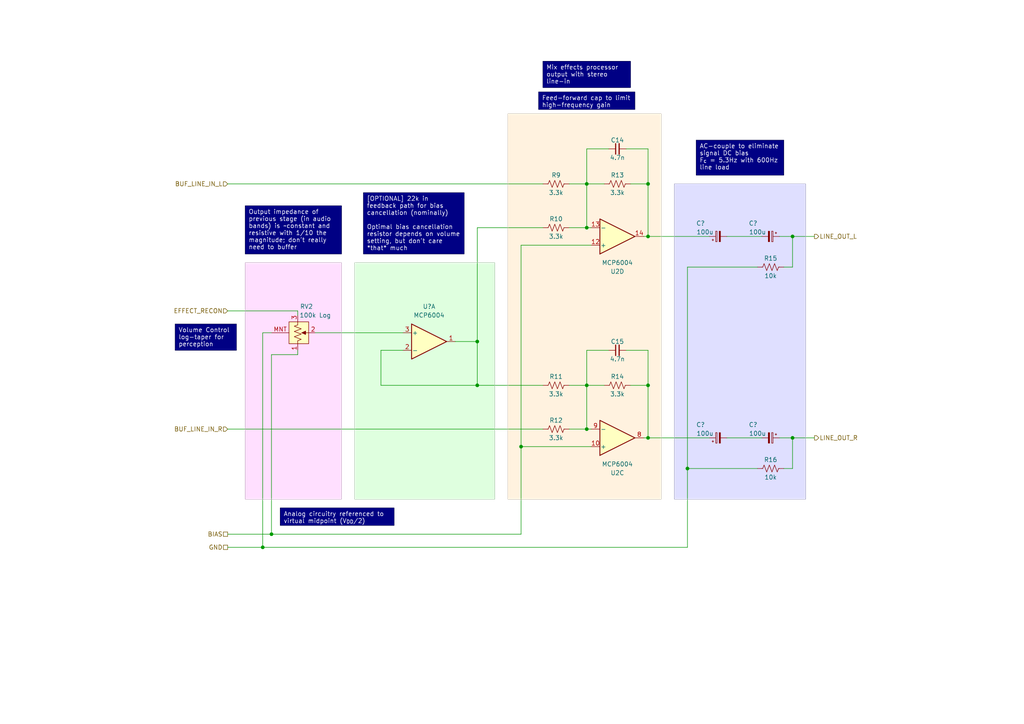
<source format=kicad_sch>
(kicad_sch (version 20230121) (generator eeschema)
  (paper "A4")
  (title_block (title "Digital Audio Effects Processor") (date "2023-11-26") (rev "A") (company "Ishaan Govindarajan"))
  (lib_symbols
    (symbol "Custom-AnalogIC:MCP6004" (pin_names (offset 0.127))
      (property "Reference" "U" (at 0 5.08 0))
      (property "Value" "MCP6004" (at 0 -5.08 0))
      (symbol "MCP6004_1_1"
        (polyline (pts (xy -5.08 5.08) (xy 5.08 0) (xy -5.08 -5.08) (xy -5.08 5.08)) (stroke (width 0.254)) (fill (type background)))
        (pin output line (at 7.62 0 180) (length 2.54) (name "~") (number "1"))
        (pin input line (at -7.62 -2.54 0) (length 2.54) (name "-") (number "2"))
        (pin input line (at -7.62 2.54 0) (length 2.54) (name "+") (number "3"))
      )
      (symbol "MCP6004_2_1"
        (polyline (pts (xy -5.08 5.08) (xy 5.08 0) (xy -5.08 -5.08) (xy -5.08 5.08)) (stroke (width 0.254)) (fill (type background)))
        (pin input line (at -7.62 2.54 0) (length 2.54) (name "+") (number "5"))
        (pin input line (at -7.62 -2.54 0) (length 2.54) (name "-") (number "6"))
        (pin output line (at 7.62 0 180) (length 2.54) (name "~") (number "7"))
      )
      (symbol "MCP6004_3_1"
        (polyline (pts (xy -5.08 5.08) (xy 5.08 0) (xy -5.08 -5.08) (xy -5.08 5.08)) (stroke (width 0.254)) (fill (type background)))
        (pin input line (at -7.62 2.54 0) (length 2.54) (name "+") (number "10"))
        (pin output line (at 7.62 0 180) (length 2.54) (name "~") (number "8"))
        (pin input line (at -7.62 -2.54 0) (length 2.54) (name "-") (number "9"))
      )
      (symbol "MCP6004_4_1"
        (polyline (pts (xy -5.08 5.08) (xy 5.08 0) (xy -5.08 -5.08) (xy -5.08 5.08)) (stroke (width 0.254)) (fill (type background)))
        (pin input line (at -7.62 2.54 0) (length 2.54) (name "+") (number "12"))
        (pin input line (at -7.62 -2.54 0) (length 2.54) (name "-") (number "13"))
        (pin output line (at 7.62 0 180) (length 2.54) (name "~") (number "14"))
      )
      (symbol "MCP6004_5_1"
        (pin power_in line (at -2.54 -7.62 90) (length 3.81) (name "V-") (number "11"))
        (pin power_in line (at -2.54 7.62 270) (length 3.81) (name "V+") (number "4"))
      )
    )
    (symbol "Custom-CapacitorTHT:860020473008" (pin_numbers hide) (pin_names (offset 0.254) hide)
      (property "Reference" "C?" (at 0.254 1.778 0))
      (property "Value" "100u" (at 0.254 -2.032 0))
      (symbol "860020473008_0_1"
        (rectangle (start -1.524 -0.3048) (end 1.524 -0.6858) (fill (type outline)))
        (rectangle (start -1.524 0.6858) (end 1.524 0.3048))
        (polyline (pts (xy -1.27 1.524) (xy -0.762 1.524)))
        (polyline (pts (xy -1.016 1.27) (xy -1.016 1.778)))
      )
      (symbol "860020473008_1_1"
        (pin passive line (at 0 2.54 270) (length 1.8542) (name "~") (number "1"))
        (pin passive line (at 0 -2.54 90) (length 1.8542) (name "~") (number "2"))
      )
    )
    (symbol "Custom-CapacitorTHT:FG28C0G2A472JRT06" (pin_numbers hide) (pin_names (offset 0.254) hide)
      (property "Reference" "C" (at 0.254 1.778 0))
      (property "Value" "4.7n" (at 0.254 -2.032 0))
      (symbol "FG28C0G2A472JRT06_0_1"
        (polyline (pts (xy -1.524 -0.508) (xy 1.524 -0.508)) (stroke (width 0.3302)))
        (polyline (pts (xy -1.524 0.508) (xy 1.524 0.508)) (stroke (width 0.3048)))
      )
      (symbol "FG28C0G2A472JRT06_1_1"
        (pin passive line (at 0 2.54 270) (length 2.032) (name "~") (number "1"))
        (pin passive line (at 0 -2.54 90) (length 2.032) (name "~") (number "2"))
      )
    )
    (symbol "Custom-Electromechanical:PTV09A" (pin_names (offset 1.016) hide)
      (property "Reference" "RV" (at 5.08 -2.54 0))
      (property "Value" "100k Log" (at 8.89 3.81 0))
      (symbol "PTV09A_0_1"
        (polyline (pts (xy 0 -2.286) (xy 0 -2.54)))
        (polyline (pts (xy 0 2.54) (xy 0 2.286)))
        (polyline (pts (xy 2.54 0) (xy 1.524 0)))
        (polyline (pts (xy 2.54 0) (xy 3.81 0)))
        (polyline (pts (xy 1.143 0) (xy 2.286 0.508) (xy 2.286 -0.508) (xy 1.143 0)) (fill (type outline)))
        (polyline (pts (xy 0 -0.762) (xy 1.016 -1.143) (xy 0 -1.524) (xy -1.016 -1.905) (xy 0 -2.286)))
        (polyline (pts (xy 0 0.762) (xy 1.016 0.381) (xy 0 0) (xy -1.016 -0.381) (xy 0 -0.762)))
        (polyline (pts (xy 0 2.286) (xy 1.016 1.905) (xy 0 1.524) (xy -1.016 1.143) (xy 0 0.762)))
      )
      (symbol "PTV09A_1_1"
        (rectangle (start -2.54 3.175) (end 3.175 -3.175) (fill (type background)))
        (polyline (pts (xy 0 -2.54) (xy 0 -3.81)))
        (polyline (pts (xy 0 3.81) (xy 0 2.54)))
        (pin passive line (at 0 5.08 270) (length 1.27) (name "1") (number "1"))
        (pin passive line (at 5.08 0 180) (length 1.27) (name "2") (number "2"))
        (pin passive line (at 0 -5.08 90) (length 1.27) (name "3") (number "3"))
        (pin passive line (at -7.62 0 0) (length 5.08) (name "MNT") (number "MNT"))
      )
    )
    (symbol "Custom-ResistorTHT:MFR-25FRF52-10K" (pin_numbers hide) (pin_names (offset 0))
      (property "Reference" "R" (at 2.54 0 90))
      (property "Value" "10k" (at -2.54 0 90))
      (symbol "MFR-25FRF52-10K_0_1"
        (polyline (pts (xy 0 -2.286) (xy 0 -2.54)))
        (polyline (pts (xy 0 2.286) (xy 0 2.54)))
        (polyline (pts (xy 0 -0.762) (xy 1.016 -1.143) (xy 0 -1.524) (xy -1.016 -1.905) (xy 0 -2.286)))
        (polyline (pts (xy 0 0.762) (xy 1.016 0.381) (xy 0 0) (xy -1.016 -0.381) (xy 0 -0.762)))
        (polyline (pts (xy 0 2.286) (xy 1.016 1.905) (xy 0 1.524) (xy -1.016 1.143) (xy 0 0.762)))
      )
      (symbol "MFR-25FRF52-10K_1_1"
        (pin passive line (at 0 3.81 270) (length 1.27) (name "~") (number "1"))
        (pin passive line (at 0 -3.81 90) (length 1.27) (name "~") (number "2"))
      )
    )
    (symbol "Custom-ResistorTHT:MFR-25FRF52-3K3" (pin_numbers hide) (pin_names (offset 0))
      (property "Reference" "R" (at 2.54 0 90))
      (property "Value" "3.3k" (at -2.54 0 90))
      (symbol "MFR-25FRF52-3K3_0_1"
        (polyline (pts (xy 0 -2.286) (xy 0 -2.54)))
        (polyline (pts (xy 0 2.286) (xy 0 2.54)))
        (polyline (pts (xy 0 -0.762) (xy 1.016 -1.143) (xy 0 -1.524) (xy -1.016 -1.905) (xy 0 -2.286)))
        (polyline (pts (xy 0 0.762) (xy 1.016 0.381) (xy 0 0) (xy -1.016 -0.381) (xy 0 -0.762)))
        (polyline (pts (xy 0 2.286) (xy 1.016 1.905) (xy 0 1.524) (xy -1.016 1.143) (xy 0 0.762)))
      )
      (symbol "MFR-25FRF52-3K3_1_1"
        (pin passive line (at 0 3.81 270) (length 1.27) (name "~") (number "1"))
        (pin passive line (at 0 -3.81 90) (length 1.27) (name "~") (number "2"))
      )
    )
  )
  (junction (at 187.96 111.76))
  (junction (at 187.96 53.34))
  (junction (at 76.2 158.75))
  (junction (at 199.39 135.89))
  (junction (at 151.13 129.54))
  (junction (at 187.96 68.58))
  (junction (at 229.87 127))
  (junction (at 170.18 111.76))
  (junction (at 170.18 124.46))
  (junction (at 170.18 66.04))
  (junction (at 78.74 154.94))
  (junction (at 138.43 111.76))
  (junction (at 138.43 99.06))
  (junction (at 187.96 127))
  (junction (at 229.87 68.58))
  (junction (at 170.18 53.34))
  (wire (pts (xy 86.36 102.87) (xy 86.36 101.6)))
  (wire (pts (xy 165.1 124.46) (xy 170.18 124.46)))
  (wire (pts (xy 170.18 111.76) (xy 175.26 111.76)))
  (wire (pts (xy 151.13 154.94) (xy 151.13 129.54)))
  (wire (pts (xy 199.39 135.89) (xy 199.39 158.75)))
  (wire (pts (xy 229.87 135.89) (xy 229.87 127)))
  (wire (pts (xy 187.96 68.58) (xy 205.74 68.58)))
  (wire (pts (xy 110.49 111.76) (xy 138.43 111.76)))
  (wire (pts (xy 226.06 127) (xy 229.87 127)))
  (wire (pts (xy 165.1 66.04) (xy 170.18 66.04)))
  (wire (pts (xy 181.61 43.18) (xy 187.96 43.18)))
  (wire (pts (xy 199.39 135.89) (xy 219.71 135.89)))
  (wire (pts (xy 187.96 43.18) (xy 187.96 53.34)))
  (wire (pts (xy 110.49 101.6) (xy 110.49 111.76)))
  (wire (pts (xy 170.18 66.04) (xy 170.18 53.34)))
  (wire (pts (xy 132.08 99.06) (xy 138.43 99.06)))
  (wire (pts (xy 170.18 66.04) (xy 171.45 66.04)))
  (wire (pts (xy 182.88 111.76) (xy 187.96 111.76)))
  (wire (pts (xy 229.87 68.58) (xy 236.22 68.58)))
  (wire (pts (xy 199.39 77.47) (xy 199.39 135.89)))
  (wire (pts (xy 116.84 101.6) (xy 110.49 101.6)))
  (wire (pts (xy 66.04 158.75) (xy 76.2 158.75)))
  (wire (pts (xy 186.69 68.58) (xy 187.96 68.58)))
  (wire (pts (xy 78.74 102.87) (xy 86.36 102.87)))
  (wire (pts (xy 170.18 53.34) (xy 175.26 53.34)))
  (wire (pts (xy 66.04 53.34) (xy 157.48 53.34)))
  (wire (pts (xy 86.36 90.17) (xy 86.36 91.44)))
  (wire (pts (xy 186.69 127) (xy 187.96 127)))
  (wire (pts (xy 182.88 53.34) (xy 187.96 53.34)))
  (wire (pts (xy 138.43 111.76) (xy 157.48 111.76)))
  (wire (pts (xy 91.44 96.52) (xy 116.84 96.52)))
  (wire (pts (xy 229.87 127) (xy 236.22 127)))
  (wire (pts (xy 170.18 124.46) (xy 171.45 124.46)))
  (wire (pts (xy 165.1 53.34) (xy 170.18 53.34)))
  (wire (pts (xy 66.04 124.46) (xy 157.48 124.46)))
  (wire (pts (xy 157.48 66.04) (xy 138.43 66.04)))
  (wire (pts (xy 170.18 111.76) (xy 170.18 101.6)))
  (wire (pts (xy 226.06 68.58) (xy 229.87 68.58)))
  (wire (pts (xy 76.2 96.52) (xy 76.2 158.75)))
  (wire (pts (xy 170.18 124.46) (xy 170.18 111.76)))
  (wire (pts (xy 76.2 158.75) (xy 199.39 158.75)))
  (wire (pts (xy 66.04 90.17) (xy 86.36 90.17)))
  (wire (pts (xy 187.96 127) (xy 205.74 127)))
  (wire (pts (xy 229.87 77.47) (xy 229.87 68.58)))
  (wire (pts (xy 78.74 154.94) (xy 151.13 154.94)))
  (wire (pts (xy 138.43 66.04) (xy 138.43 99.06)))
  (wire (pts (xy 78.74 102.87) (xy 78.74 154.94)))
  (wire (pts (xy 219.71 77.47) (xy 199.39 77.47)))
  (wire (pts (xy 187.96 53.34) (xy 187.96 68.58)))
  (wire (pts (xy 227.33 77.47) (xy 229.87 77.47)))
  (wire (pts (xy 66.04 154.94) (xy 78.74 154.94)))
  (wire (pts (xy 227.33 135.89) (xy 229.87 135.89)))
  (wire (pts (xy 78.74 96.52) (xy 76.2 96.52)))
  (wire (pts (xy 181.61 101.6) (xy 187.96 101.6)))
  (wire (pts (xy 210.82 68.58) (xy 220.98 68.58)))
  (wire (pts (xy 138.43 99.06) (xy 138.43 111.76)))
  (wire (pts (xy 151.13 129.54) (xy 171.45 129.54)))
  (wire (pts (xy 187.96 101.6) (xy 187.96 111.76)))
  (wire (pts (xy 165.1 111.76) (xy 170.18 111.76)))
  (wire (pts (xy 170.18 101.6) (xy 176.53 101.6)))
  (wire (pts (xy 210.82 127) (xy 220.98 127)))
  (wire (pts (xy 151.13 129.54) (xy 151.13 71.12)))
  (wire (pts (xy 170.18 53.34) (xy 170.18 43.18)))
  (wire (pts (xy 187.96 111.76) (xy 187.96 127)))
  (wire (pts (xy 170.18 43.18) (xy 176.53 43.18)))
  (wire (pts (xy 151.13 71.12) (xy 171.45 71.12)))
  (rectangle (start 195.58 53.34) (end 233.68 144.78) (stroke (width 0) (color 175 175 200 1)) (fill (type color) (color 223 223 255 1)))
  (rectangle (start 102.87 76.2) (end 143.51 144.78) (stroke (width 0) (color 175 200 175 1)) (fill (type color) (color 223 255 223 1)))
  (rectangle (start 71.12 76.2) (end 99.06 144.78) (stroke (width 0) (color 200 175 200 1)) (fill (type color) (color 255 223 255 1)))
  (rectangle (start 147.32 33.02) (end 191.77 144.78) (stroke (width 0) (color 200 190 175 1)) (fill (type color) (color 255 242 223 1)))
  (text_box "Output impedance of previous stage (in audio bands) is ~constant and resistive with 1/10 the magnitude; don't really need to buffer" (at 71.12 59.69 0) (size 27.94 13.97) (stroke (width 0) (color 0 0 72 1)) (fill (type color) (color 0 0 132 1)) (effects (font (size 1.27 1.27)) (justify left top)))
  (text_box "AC-couple to eliminate signal DC bias\nF_{c} = 5.3Hz with 600Hz line load" (at 201.93 40.64 0) (size 25.4 10.16) (stroke (width 0) (color 0 0 72 1)) (fill (type color) (color 0 0 132 1)) (effects (font (size 1.27 1.27)) (justify left top)))
  (text_box "Feed-forward cap to limit high-frequency gain" (at 156.21 26.67 0) (size 27.94 5.08) (stroke (width 0) (color 0 0 72 1)) (fill (type color) (color 0 0 132 1)) (effects (font (size 1.27 1.27)) (justify left top)))
  (text_box "Volume Control\nlog-taper for perception" (at 50.8 93.98 0) (size 17.78 7.62) (stroke (width 0) (color 0 0 72 1)) (fill (type color) (color 0 0 132 1)) (effects (font (size 1.27 1.27)) (justify left top)))
  (text_box "Analog circuitry referenced to virtual midpoint (V_{DD}/2)" (at 81.28 147.32 0) (size 33.02 5.08) (stroke (width 0) (color 0 0 72 1)) (fill (type color) (color 0 0 132 1)) (effects (font (size 1.27 1.27)) (justify left top)))
  (text_box "[OPTIONAL] 22k in feedback path for bias cancellation (nominally)\n\nOptimal bias cancellation resistor depends on volume setting, but don't care *that* much" (at 105.41 55.88 0) (size 29.21 17.78) (stroke (width 0) (color 0 0 72 1)) (fill (type color) (color 0 0 132 1)) (effects (font (size 1.27 1.27)) (justify left top)))
  (text_box "Mix effects processor output with stereo line-in" (at 157.48 17.78 0) (size 25.4 7.62) (stroke (width 0) (color 0 0 72 1)) (fill (type color) (color 0 0 132 1)) (effects (font (size 1.27 1.27)) (justify left top)))
  (hierarchical_label "BUF_LINE_IN_R" (shape input) (at 66.04 124.46 180))
  (hierarchical_label "LINE_OUT_L" (shape output) (at 236.22 68.58 0))
  (hierarchical_label "GND" (shape passive) (at 66.04 158.75 180))
  (hierarchical_label "BIAS" (shape passive) (at 66.04 154.94 180))
  (hierarchical_label "EFFECT_RECON" (shape input) (at 66.04 90.17 180))
  (hierarchical_label "LINE_OUT_R" (shape output) (at 236.22 127 0))
  (hierarchical_label "BUF_LINE_IN_L" (shape input) (at 66.04 53.34 180))
  (symbol (lib_id "Custom-CapacitorTHT:FG28C0G2A472JRT06") (at 179.07 43.18 90) (unit 1)
    (property "Reference" "C14" (at 179.07 40.64 90))
    (property "Value" "4.7n" (at 179.07 45.72 90))
    (property "Footprint" "Custom-RLC:C_Disc_L7.2mm_W2.5mm_H6.6mm_P5.00mm_MODIFIED_1" (effects hide))
    (property "Datasheet" "https://product.tdk.com/en/system/files?file=dam/doc/product/capacitor/ceramic/lead-mlcc/catalog/leadmlcc_halogenfree_fg_en.pdf" (effects hide))
    (property "Manufacturer" "TDK Corporation" (effects hide))
    (property "Part Number" "FG28C0G2A472JRT06" (effects hide))
  )
  (symbol (lib_id "Custom-ResistorTHT:MFR-25FRF52-3K3") (at 179.07 111.76 90) (unit 1)
    (property "Reference" "R14" (at 179.07 109.22 90))
    (property "Value" "3.3k" (at 179.07 114.3 90))
    (property "Footprint" "Resistor_THT:R_Axial_DIN0207_L6.3mm_D2.5mm_P10.16mm_Horizontal" (effects hide))
    (property "Datasheet" "https://www.yageo.com/upload/media/product/productsearch/datasheet/lr/YAGEO%20MFR_datasheet_2023v3.pdf" (effects hide))
    (property "Manufacturer" "YAGEO" (effects hide))
    (property "Part Number" "MFR-25FRF52-3K3" (effects hide))
  )
  (symbol (lib_id "Custom-ResistorTHT:MFR-25FRF52-3K3") (at 161.29 66.04 90) (unit 1)
    (property "Reference" "R10" (at 161.29 63.5 90))
    (property "Value" "3.3k" (at 161.29 68.58 90))
    (property "Footprint" "Resistor_THT:R_Axial_DIN0207_L6.3mm_D2.5mm_P10.16mm_Horizontal" (effects hide))
    (property "Datasheet" "https://www.yageo.com/upload/media/product/productsearch/datasheet/lr/YAGEO%20MFR_datasheet_2023v3.pdf" (effects hide))
    (property "Manufacturer" "YAGEO" (effects hide))
    (property "Part Number" "MFR-25FRF52-3K3" (effects hide))
  )
  (symbol (lib_id "Custom-CapacitorTHT:860020473008") (at 208.28 127 90) (unit 1)
    (property "Reference" "C?" (at 203.2 123.19 90))
    (property "Value" "100u" (at 204.47 125.73 90))
    (property "Footprint" "Custom-RLC:CP_Radial_D6.3mm_H12.5_P2.50mm" (effects hide))
    (property "Datasheet" "https://www.we-online.com/components/products/datasheet/860020473008.pdf" (effects hide))
    (property "Manufacturer" "Würth Elektronik" (effects hide))
    (property "Part Number" "860020473008" (effects hide))
    (instances (project "Amplifier Hardware R1" (path "" (reference "C?") (unit 1)) (path "" (reference "C17") (unit 1))))
  )
  (symbol (lib_id "Custom-ResistorTHT:MFR-25FRF52-10K") (at 223.52 77.47 90) (unit 1)
    (property "Reference" "R15" (at 223.52 74.93 90))
    (property "Value" "10k" (at 223.52 80.01 90))
    (property "Footprint" "Resistor_THT:R_Axial_DIN0207_L6.3mm_D2.5mm_P10.16mm_Horizontal" (effects hide))
    (property "Datasheet" "https://www.yageo.com/upload/media/product/productsearch/datasheet/lr/YAGEO%20MFR_datasheet_2023v3.pdf" (effects hide))
    (property "Manufacturer" "YAGEO" (effects hide))
    (property "Part Number" "MFR-25FRF52-10K" (effects hide))
  )
  (symbol (lib_id "Custom-CapacitorTHT:FG28C0G2A472JRT06") (at 179.07 101.6 90) (unit 1)
    (property "Reference" "C15" (at 179.07 99.06 90))
    (property "Value" "4.7n" (at 179.07 104.14 90))
    (property "Footprint" "Custom-RLC:C_Disc_L7.2mm_W2.5mm_H6.6mm_P5.00mm_MODIFIED_1" (effects hide))
    (property "Datasheet" "https://product.tdk.com/en/system/files?file=dam/doc/product/capacitor/ceramic/lead-mlcc/catalog/leadmlcc_halogenfree_fg_en.pdf" (effects hide))
    (property "Manufacturer" "TDK Corporation" (effects hide))
    (property "Part Number" "FG28C0G2A472JRT06" (effects hide))
  )
  (symbol (lib_id "Custom-Electromechanical:PTV09A") (at 86.36 96.52 0) (mirror x) (unit 1)
    (property "Reference" "RV2" (at 88.9 88.9 0))
    (property "Value" "100k Log" (at 91.44 91.44 0))
    (property "Footprint" "Custom-Electromechanical:Potentiometer_Bourns_PTV09A-1_Single_Vertical" (effects hide))
    (property "Datasheet" "https://www.bourns.com/docs/Product-Datasheets/PTV09.pdf" (effects hide))
    (property "Manufacturer" "Bourns Inc." (effects hide))
    (property "Part Number" "PTV09A-4030F-A104" (effects hide))
  )
  (symbol (lib_id "Custom-AnalogIC:MCP6004") (at 179.07 68.58 0) (mirror x) (unit 4)
    (property "Reference" "U2" (at 179.07 78.74 0))
    (property "Value" "MCP6004" (at 179.07 76.2 0))
    (property "Footprint" "Custom-IC:DIP-14_W7.62mm_Socket_LongPads_IC" (effects hide))
    (property "Datasheet" "https://ww1.microchip.com/downloads/en/DeviceDoc/MCP6001-1R-1U-2-4-1-MHz-Low-Power-Op-Amp-DS20001733L.pdf" (effects hide))
    (property "Manufacturer" "Microchip Technology" (effects hide))
    (property "Part Number" "MCP6004-I/P" (effects hide))
  )
  (symbol (lib_id "Custom-CapacitorTHT:860020473008") (at 223.52 68.58 270) (unit 1)
    (property "Reference" "C?" (at 218.44 64.77 90))
    (property "Value" "100u" (at 219.71 67.31 90))
    (property "Footprint" "Custom-RLC:CP_Radial_D6.3mm_H12.5_P2.50mm" (effects hide))
    (property "Datasheet" "https://www.we-online.com/components/products/datasheet/860020473008.pdf" (effects hide))
    (property "Manufacturer" "Würth Elektronik" (effects hide))
    (property "Part Number" "860020473008" (effects hide))
    (instances (project "Amplifier Hardware R1" (path "" (reference "C?") (unit 1)) (path "" (reference "C18") (unit 1))))
  )
  (symbol (lib_id "Custom-CapacitorTHT:860020473008") (at 208.28 68.58 90) (unit 1)
    (property "Reference" "C?" (at 203.2 64.77 90))
    (property "Value" "100u" (at 204.47 67.31 90))
    (property "Footprint" "Custom-RLC:CP_Radial_D6.3mm_H12.5_P2.50mm" (effects hide))
    (property "Datasheet" "https://www.we-online.com/components/products/datasheet/860020473008.pdf" (effects hide))
    (property "Manufacturer" "Würth Elektronik" (effects hide))
    (property "Part Number" "860020473008" (effects hide))
    (instances (project "Amplifier Hardware R1" (path "" (reference "C?") (unit 1)) (path "" (reference "C16") (unit 1))))
  )
  (symbol (lib_id "Custom-CapacitorTHT:860020473008") (at 223.52 127 270) (unit 1)
    (property "Reference" "C?" (at 218.44 123.19 90))
    (property "Value" "100u" (at 219.71 125.73 90))
    (property "Footprint" "Custom-RLC:CP_Radial_D6.3mm_H12.5_P2.50mm" (effects hide))
    (property "Datasheet" "https://www.we-online.com/components/products/datasheet/860020473008.pdf" (effects hide))
    (property "Manufacturer" "Würth Elektronik" (effects hide))
    (property "Part Number" "860020473008" (effects hide))
    (instances (project "Amplifier Hardware R1" (path "" (reference "C?") (unit 1)) (path "" (reference "C19") (unit 1))))
  )
  (symbol (lib_id "Custom-ResistorTHT:MFR-25FRF52-3K3") (at 161.29 53.34 90) (unit 1)
    (property "Reference" "R9" (at 161.29 50.8 90))
    (property "Value" "3.3k" (at 161.29 55.88 90))
    (property "Footprint" "Resistor_THT:R_Axial_DIN0207_L6.3mm_D2.5mm_P10.16mm_Horizontal" (effects hide))
    (property "Datasheet" "https://www.yageo.com/upload/media/product/productsearch/datasheet/lr/YAGEO%20MFR_datasheet_2023v3.pdf" (effects hide))
    (property "Manufacturer" "YAGEO" (effects hide))
    (property "Part Number" "MFR-25FRF52-3K3" (effects hide))
  )
  (symbol (lib_id "Custom-ResistorTHT:MFR-25FRF52-10K") (at 223.52 135.89 90) (unit 1)
    (property "Reference" "R16" (at 223.52 133.35 90))
    (property "Value" "10k" (at 223.52 138.43 90))
    (property "Footprint" "Resistor_THT:R_Axial_DIN0207_L6.3mm_D2.5mm_P10.16mm_Horizontal" (effects hide))
    (property "Datasheet" "https://www.yageo.com/upload/media/product/productsearch/datasheet/lr/YAGEO%20MFR_datasheet_2023v3.pdf" (effects hide))
    (property "Manufacturer" "YAGEO" (effects hide))
    (property "Part Number" "MFR-25FRF52-10K" (effects hide))
  )
  (symbol (lib_id "Custom-AnalogIC:MCP6004") (at 124.46 99.06 0) (unit 1)
    (property "Reference" "U?" (at 124.46 88.9 0))
    (property "Value" "MCP6004" (at 124.46 91.44 0))
    (property "Footprint" "Custom-IC:DIP-14_W7.62mm_Socket_LongPads_IC" (effects hide))
    (property "Datasheet" "https://ww1.microchip.com/downloads/en/DeviceDoc/MCP6001-1R-1U-2-4-1-MHz-Low-Power-Op-Amp-DS20001733L.pdf" (effects hide))
    (property "Manufacturer" "Microchip Technology" (effects hide))
    (property "Part Number" "MCP6004-I/P" (effects hide))
    (instances (project "Amplifier Hardware R1" (path "" (reference "U?") (unit 1)) (path "" (reference "U3") (unit 3))))
  )
  (symbol (lib_id "Custom-ResistorTHT:MFR-25FRF52-3K3") (at 161.29 111.76 90) (unit 1)
    (property "Reference" "R11" (at 161.29 109.22 90))
    (property "Value" "3.3k" (at 161.29 114.3 90))
    (property "Footprint" "Resistor_THT:R_Axial_DIN0207_L6.3mm_D2.5mm_P10.16mm_Horizontal" (effects hide))
    (property "Datasheet" "https://www.yageo.com/upload/media/product/productsearch/datasheet/lr/YAGEO%20MFR_datasheet_2023v3.pdf" (effects hide))
    (property "Manufacturer" "YAGEO" (effects hide))
    (property "Part Number" "MFR-25FRF52-3K3" (effects hide))
  )
  (symbol (lib_id "Custom-AnalogIC:MCP6004") (at 179.07 127 0) (mirror x) (unit 3)
    (property "Reference" "U2" (at 179.07 137.16 0))
    (property "Value" "MCP6004" (at 179.07 134.62 0))
    (property "Footprint" "Custom-IC:DIP-14_W7.62mm_Socket_LongPads_IC" (effects hide))
    (property "Datasheet" "https://ww1.microchip.com/downloads/en/DeviceDoc/MCP6001-1R-1U-2-4-1-MHz-Low-Power-Op-Amp-DS20001733L.pdf" (effects hide))
    (property "Manufacturer" "Microchip Technology" (effects hide))
    (property "Part Number" "MCP6004-I/P" (effects hide))
  )
  (symbol (lib_id "Custom-ResistorTHT:MFR-25FRF52-3K3") (at 179.07 53.34 90) (unit 1)
    (property "Reference" "R13" (at 179.07 50.8 90))
    (property "Value" "3.3k" (at 179.07 55.88 90))
    (property "Footprint" "Resistor_THT:R_Axial_DIN0207_L6.3mm_D2.5mm_P10.16mm_Horizontal" (effects hide))
    (property "Datasheet" "https://www.yageo.com/upload/media/product/productsearch/datasheet/lr/YAGEO%20MFR_datasheet_2023v3.pdf" (effects hide))
    (property "Manufacturer" "YAGEO" (effects hide))
    (property "Part Number" "MFR-25FRF52-3K3" (effects hide))
  )
  (symbol (lib_id "Custom-ResistorTHT:MFR-25FRF52-3K3") (at 161.29 124.46 90) (unit 1)
    (property "Reference" "R12" (at 161.29 121.92 90))
    (property "Value" "3.3k" (at 161.29 127 90))
    (property "Footprint" "Resistor_THT:R_Axial_DIN0207_L6.3mm_D2.5mm_P10.16mm_Horizontal" (effects hide))
    (property "Datasheet" "https://www.yageo.com/upload/media/product/productsearch/datasheet/lr/YAGEO%20MFR_datasheet_2023v3.pdf" (effects hide))
    (property "Manufacturer" "YAGEO" (effects hide))
    (property "Part Number" "MFR-25FRF52-3K3" (effects hide))
  )
)
</source>
